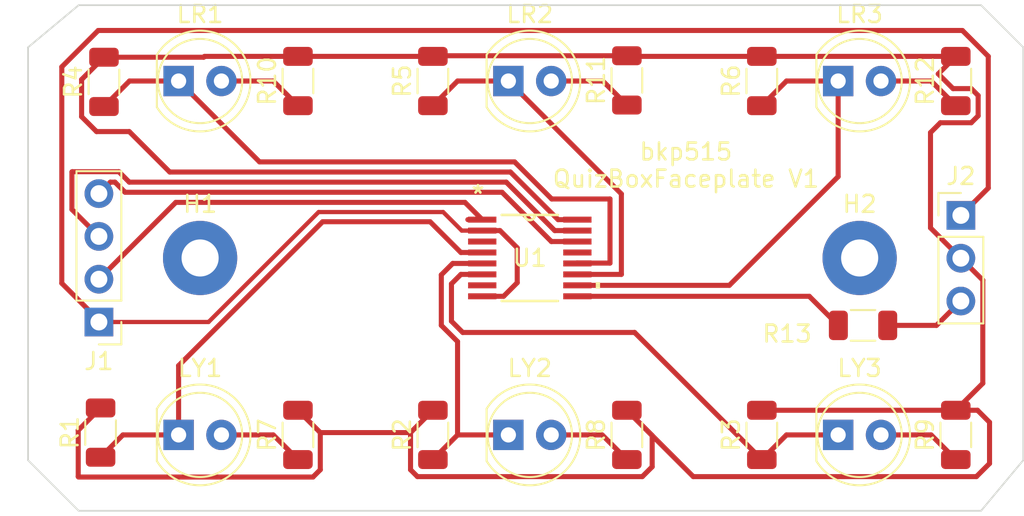
<source format=kicad_pcb>
(kicad_pcb (version 20211014) (generator pcbnew)
  (layers (0 "F.Cu" signal) (31 "B.Cu" signal) (34 "B.Paste" user) (35 "F.Paste" user) (36 "B.SilkS" user "B.Silkscreen") (37 "F.SilkS" user "F.Silkscreen") (38 "B.Mask" user) (39 "F.Mask" user) (44 "Edge.Cuts" user))
  (net 0 "")
  (net 1 "GND")
  (net 2 "Net-(J1-Pad2)")
  (net 3 "Net-(U1-Pad15)")
  (net 4 "Net-(U1-Pad14)")
  (net 5 "Net-(U1-Pad16)")
  (net 6 "Net-(J2-Pad3)")
  (net 7 "Net-(U1-Pad12)")
  (net 8 "Net-(LR1-Pad2)")
  (net 9 "Net-(U1-Pad11)")
  (net 10 "Net-(LR2-Pad2)")
  (net 11 "Net-(U1-Pad10)")
  (net 12 "Net-(LR3-Pad2)")
  (net 13 "Net-(U1-Pad4)")
  (net 14 "Net-(LY1-Pad2)")
  (net 15 "Net-(U1-Pad5)")
  (net 16 "Net-(LY2-Pad2)")
  (net 17 "Net-(U1-Pad6)")
  (net 18 "Net-(LY3-Pad2)")
  (net 19 "Net-(U1-Pad9)")
  (footprint "Resistor_SMD:R_1206_3216Metric" (layer "F.Cu") (at 166 83 90)
    (fp_text reference "R12" (at 0 -1.82 90) (layer "F.SilkS"))
    (fp_text value "220")
    (fp_line (start -0.727064 0.91) (end 0.727064 0.91) (layer "F.SilkS") (width 0.12))
    (fp_line (start -0.727064 -0.91) (end 0.727064 -0.91) (layer "F.SilkS") (width 0.12))
    (pad "1" smd roundrect (at -1.4625 0 90) (size 1.125 1.75) (layers "F.Cu" "F.Paste" "F.Mask") (roundrect_rratio 0.2222222222) (net 12 "Net-(LR3-Pad2)"))
    (pad "2" smd roundrect (at 1.4625 0 90) (size 1.125 1.75) (layers "F.Cu" "F.Paste" "F.Mask") (roundrect_rratio 0.2222222222) (net 5 "Net-(U1-Pad16)"))
  )
  (footprint "LED_THT:LED_D5.0mm" (layer "F.Cu") (at 139.474968 104)
    (fp_text reference "LY2" (at 1.27 -3.96) (layer "F.SilkS"))
    (fp_text value "YEL")
    (fp_line (start -1.29 -1.545) (end -1.29 1.545) (layer "F.SilkS") (width 0.12))
    (fp_arc (start -1.29 -1.54483) (mid 2.072002 -2.880433) (end 4.26 0.000462) (layer "F.SilkS") (width 0.12))
    (fp_arc (start 4.26 -0.000462) (mid 2.072002 2.880433) (end -1.29 1.54483) (layer "F.SilkS") (width 0.12))
    (fp_circle (center 1.27 0) (end 3.77 0) (layer "F.SilkS") (width 0.12) (fill none))
    (pad "1" thru_hole rect locked (at 0 0) (size 1.8 1.8) (drill 0.9) (layers *.Cu *.Mask) (net 15 "Net-(U1-Pad5)"))
    (pad "2" thru_hole circle locked (at 2.54 0) (size 1.8 1.8) (drill 0.9) (layers *.Cu *.Mask) (net 16 "Net-(LY2-Pad2)"))
  )
  (footprint "Resistor_SMD:R_1206_3216Metric" (layer "F.Cu") (at 166 104 90)
    (fp_text reference "R9" (at 0 -1.82 90) (layer "F.SilkS"))
    (fp_text value "100")
    (fp_line (start -0.727064 0.91) (end 0.727064 0.91) (layer "F.SilkS") (width 0.12))
    (fp_line (start -0.727064 -0.91) (end 0.727064 -0.91) (layer "F.SilkS") (width 0.12))
    (pad "1" smd roundrect (at -1.4625 0 90) (size 1.125 1.75) (layers "F.Cu" "F.Paste" "F.Mask") (roundrect_rratio 0.2222222222) (net 18 "Net-(LY3-Pad2)"))
    (pad "2" smd roundrect (at 1.4625 0 90) (size 1.125 1.75) (layers "F.Cu" "F.Paste" "F.Mask") (roundrect_rratio 0.2222222222) (net 5 "Net-(U1-Pad16)"))
  )
  (footprint "Resistor_SMD:R_1206_3216Metric" (layer "F.Cu") (at 115.3 103.8625 90)
    (fp_text reference "R1" (at 0 -1.82 90) (layer "F.SilkS"))
    (fp_text value "100k")
    (fp_line (start -0.727064 -0.91) (end 0.727064 -0.91) (layer "F.SilkS") (width 0.12))
    (fp_line (start -0.727064 0.91) (end 0.727064 0.91) (layer "F.SilkS") (width 0.12))
    (pad "1" smd roundrect (at -1.4625 0 90) (size 1.125 1.75) (layers "F.Cu" "F.Paste" "F.Mask") (roundrect_rratio 0.2222222222) (net 13 "Net-(U1-Pad4)"))
    (pad "2" smd roundrect (at 1.4625 0 90) (size 1.125 1.75) (layers "F.Cu" "F.Paste" "F.Mask") (roundrect_rratio 0.2222222222) (net 5 "Net-(U1-Pad16)"))
  )
  (footprint "LED_THT:LED_D5.0mm" (layer "F.Cu") (at 139.474968 83)
    (fp_text reference "LR2" (at 1.27 -3.96) (layer "F.SilkS"))
    (fp_text value "RED")
    (fp_line (start -1.29 -1.545) (end -1.29 1.545) (layer "F.SilkS") (width 0.12))
    (fp_arc (start -1.29 -1.54483) (mid 2.072002 -2.880433) (end 4.26 0.000462) (layer "F.SilkS") (width 0.12))
    (fp_arc (start 4.26 -0.000462) (mid 2.072002 2.880433) (end -1.29 1.54483) (layer "F.SilkS") (width 0.12))
    (fp_circle (center 1.27 0) (end 3.77 0) (layer "F.SilkS") (width 0.12) (fill none))
    (pad "1" thru_hole rect locked (at 0 0) (size 1.8 1.8) (drill 0.9) (layers *.Cu *.Mask) (net 9 "Net-(U1-Pad11)"))
    (pad "2" thru_hole circle locked (at 2.54 0) (size 1.8 1.8) (drill 0.9) (layers *.Cu *.Mask) (net 10 "Net-(LR2-Pad2)"))
  )
  (footprint "MountingHole:MountingHole_2.2mm_M2_Pad" (layer "F.Cu") (at 121.199968 93.5)
    (fp_text reference "H1" (at 0 -3.2) (layer "F.SilkS"))
    (fp_text value "MountingHole")
    (pad "1" thru_hole circle (at 0 0) (size 4.4 4.4) (drill 2.2) (layers *.Cu *.Mask))
  )
  (footprint "Connector_PinHeader_2.54mm:PinHeader_1x03_P2.54mm_Vertical" (layer "F.Cu") (at 166.299968 90.975)
    (fp_text reference "J2" (at 0 -2.33) (layer "F.SilkS"))
    (fp_text value "Neopixel")
    (fp_line (start -1.33 -1.33) (end 0 -1.33) (layer "F.SilkS") (width 0.12))
    (fp_line (start -1.33 6.41) (end 1.33 6.41) (layer "F.SilkS") (width 0.12))
    (fp_line (start 1.33 1.27) (end 1.33 6.41) (layer "F.SilkS") (width 0.12))
    (fp_line (start -1.33 1.27) (end -1.33 6.41) (layer "F.SilkS") (width 0.12))
    (fp_line (start -1.33 0) (end -1.33 -1.33) (layer "F.SilkS") (width 0.12))
    (fp_line (start -1.33 1.27) (end 1.33 1.27) (layer "F.SilkS") (width 0.12))
    (pad "1" thru_hole rect (at 0 0) (size 1.7 1.7) (drill 1) (layers *.Cu *.Mask) (net 1 "GND"))
    (pad "2" thru_hole oval (at 0 2.54) (size 1.7 1.7) (drill 1) (layers *.Cu *.Mask) (net 5 "Net-(U1-Pad16)"))
    (pad "3" thru_hole oval (at 0 5.08) (size 1.7 1.7) (drill 1) (layers *.Cu *.Mask) (net 6 "Net-(J2-Pad3)"))
  )
  (footprint "Resistor_SMD:R_1206_3216Metric" (layer "F.Cu") (at 146.5 82.9625 90)
    (fp_text reference "R11" (at 0 -1.82 90) (layer "F.SilkS"))
    (fp_text value "220")
    (fp_line (start -0.727064 0.91) (end 0.727064 0.91) (layer "F.SilkS") (width 0.12))
    (fp_line (start -0.727064 -0.91) (end 0.727064 -0.91) (layer "F.SilkS") (width 0.12))
    (pad "1" smd roundrect (at -1.4625 0 90) (size 1.125 1.75) (layers "F.Cu" "F.Paste" "F.Mask") (roundrect_rratio 0.2222222222) (net 10 "Net-(LR2-Pad2)"))
    (pad "2" smd roundrect (at 1.4625 0 90) (size 1.125 1.75) (layers "F.Cu" "F.Paste" "F.Mask") (roundrect_rratio 0.2222222222) (net 5 "Net-(U1-Pad16)"))
  )
  (footprint "Resistor_SMD:R_1206_3216Metric" (layer "F.Cu") (at 127 104 90)
    (fp_text reference "R7" (at 0 -1.82 90) (layer "F.SilkS"))
    (fp_text value "100")
    (fp_line (start -0.727064 0.91) (end 0.727064 0.91) (layer "F.SilkS") (width 0.12))
    (fp_line (start -0.727064 -0.91) (end 0.727064 -0.91) (layer "F.SilkS") (width 0.12))
    (pad "1" smd roundrect (at -1.4625 0 90) (size 1.125 1.75) (layers "F.Cu" "F.Paste" "F.Mask") (roundrect_rratio 0.2222222222) (net 14 "Net-(LY1-Pad2)"))
    (pad "2" smd roundrect (at 1.4625 0 90) (size 1.125 1.75) (layers "F.Cu" "F.Paste" "F.Mask") (roundrect_rratio 0.2222222222) (net 5 "Net-(U1-Pad16)"))
  )
  (footprint "LED_THT:LED_D5.0mm" (layer "F.Cu") (at 159.024968 83)
    (fp_text reference "LR3" (at 1.27 -3.96) (layer "F.SilkS"))
    (fp_text value "RED")
    (fp_line (start -1.29 -1.545) (end -1.29 1.545) (layer "F.SilkS") (width 0.12))
    (fp_arc (start 4.26 -0.000462) (mid 2.072002 2.880433) (end -1.29 1.54483) (layer "F.SilkS") (width 0.12))
    (fp_arc (start -1.29 -1.54483) (mid 2.072002 -2.880433) (end 4.26 0.000462) (layer "F.SilkS") (width 0.12))
    (fp_circle (center 1.27 0) (end 3.77 0) (layer "F.SilkS") (width 0.12) (fill none))
    (pad "1" thru_hole rect locked (at 0 0) (size 1.8 1.8) (drill 0.9) (layers *.Cu *.Mask) (net 11 "Net-(U1-Pad10)"))
    (pad "2" thru_hole circle locked (at 2.54 0) (size 1.8 1.8) (drill 0.9) (layers *.Cu *.Mask) (net 12 "Net-(LR3-Pad2)"))
  )
  (footprint "Resistor_SMD:R_1206_3216Metric" (layer "F.Cu") (at 127 83 90)
    (fp_text reference "R10" (at 0 -1.82 90) (layer "F.SilkS"))
    (fp_text value "220")
    (fp_line (start -0.727064 0.91) (end 0.727064 0.91) (layer "F.SilkS") (width 0.12))
    (fp_line (start -0.727064 -0.91) (end 0.727064 -0.91) (layer "F.SilkS") (width 0.12))
    (pad "1" smd roundrect (at -1.4625 0 90) (size 1.125 1.75) (layers "F.Cu" "F.Paste" "F.Mask") (roundrect_rratio 0.2222222222) (net 8 "Net-(LR1-Pad2)"))
    (pad "2" smd roundrect (at 1.4625 0 90) (size 1.125 1.75) (layers "F.Cu" "F.Paste" "F.Mask") (roundrect_rratio 0.2222222222) (net 5 "Net-(U1-Pad16)"))
  )
  (footprint "Resistor_SMD:R_1206_3216Metric" (layer "F.Cu") (at 115.5 83.05 90)
    (fp_text reference "R4" (at 0 -1.82 90) (layer "F.SilkS"))
    (fp_text value "100k")
    (fp_line (start -0.727064 -0.91) (end 0.727064 -0.91) (layer "F.SilkS") (width 0.12))
    (fp_line (start -0.727064 0.91) (end 0.727064 0.91) (layer "F.SilkS") (width 0.12))
    (pad "1" smd roundrect (at -1.4625 0 90) (size 1.125 1.75) (layers "F.Cu" "F.Paste" "F.Mask") (roundrect_rratio 0.2222222222) (net 7 "Net-(U1-Pad12)"))
    (pad "2" smd roundrect (at 1.4625 0 90) (size 1.125 1.75) (layers "F.Cu" "F.Paste" "F.Mask") (roundrect_rratio 0.2222222222) (net 5 "Net-(U1-Pad16)"))
  )
  (footprint "LED_THT:LED_D5.0mm" (layer "F.Cu") (at 119.924968 83)
    (fp_text reference "LR1" (at 1.27 -3.96) (layer "F.SilkS"))
    (fp_text value "RED")
    (fp_line (start -1.29 -1.545) (end -1.29 1.545) (layer "F.SilkS") (width 0.12))
    (fp_arc (start -1.29 -1.54483) (mid 2.072002 -2.880433) (end 4.26 0.000462) (layer "F.SilkS") (width 0.12))
    (fp_arc (start 4.26 -0.000462) (mid 2.072002 2.880433) (end -1.29 1.54483) (layer "F.SilkS") (width 0.12))
    (fp_circle (center 1.27 0) (end 3.77 0) (layer "F.SilkS") (width 0.12) (fill none))
    (pad "1" thru_hole rect locked (at 0 0) (size 1.8 1.8) (drill 0.9) (layers *.Cu *.Mask) (net 7 "Net-(U1-Pad12)"))
    (pad "2" thru_hole circle locked (at 2.54 0) (size 1.8 1.8) (drill 0.9) (layers *.Cu *.Mask) (net 8 "Net-(LR1-Pad2)"))
  )
  (footprint "Resistor_SMD:R_1206_3216Metric" (layer "F.Cu") (at 135 83 90)
    (fp_text reference "R5" (at 0 -1.82 90) (layer "F.SilkS"))
    (fp_text value "100k")
    (fp_line (start -0.727064 0.91) (end 0.727064 0.91) (layer "F.SilkS") (width 0.12))
    (fp_line (start -0.727064 -0.91) (end 0.727064 -0.91) (layer "F.SilkS") (width 0.12))
    (pad "1" smd roundrect (at -1.4625 0 90) (size 1.125 1.75) (layers "F.Cu" "F.Paste" "F.Mask") (roundrect_rratio 0.2222222222) (net 9 "Net-(U1-Pad11)"))
    (pad "2" smd roundrect (at 1.4625 0 90) (size 1.125 1.75) (layers "F.Cu" "F.Paste" "F.Mask") (roundrect_rratio 0.2222222222) (net 5 "Net-(U1-Pad16)"))
  )
  (footprint "MountingHole:MountingHole_2.2mm_M2_Pad" (layer "F.Cu") (at 160.299968 93.5)
    (fp_text reference "H2" (at 0 -3.2) (layer "F.SilkS"))
    (fp_text value "MountingHole")
    (pad "1" thru_hole circle (at 0 0) (size 4.4 4.4) (drill 2.2) (layers *.Cu *.Mask))
  )
  (footprint "Resistor_SMD:R_1206_3216Metric" (layer "F.Cu") (at 160.5 97.5 180)
    (fp_text reference "R13" (at 4.5 -0.5) (layer "F.SilkS"))
    (fp_text value "300")
    (fp_line (start -0.727064 0.91) (end 0.727064 0.91) (layer "F.SilkS") (width 0.12))
    (fp_line (start -0.727064 -0.91) (end 0.727064 -0.91) (layer "F.SilkS") (width 0.12))
    (pad "1" smd roundrect (at -1.4625 0 180) (size 1.125 1.75) (layers "F.Cu" "F.Paste" "F.Mask") (roundrect_rratio 0.2222222222) (net 6 "Net-(J2-Pad3)"))
    (pad "2" smd roundrect (at 1.4625 0 180) (size 1.125 1.75) (layers "F.Cu" "F.Paste" "F.Mask") (roundrect_rratio 0.2222222222) (net 19 "Net-(U1-Pad9)"))
  )
  (footprint "Resistor_SMD:R_1206_3216Metric" (layer "F.Cu") (at 154.5 104 90)
    (fp_text reference "R3" (at 0 -1.82 90) (layer "F.SilkS"))
    (fp_text value "100k")
    (fp_line (start -0.727064 0.91) (end 0.727064 0.91) (layer "F.SilkS") (width 0.12))
    (fp_line (start -0.727064 -0.91) (end 0.727064 -0.91) (layer "F.SilkS") (width 0.12))
    (pad "1" smd roundrect (at -1.4625 0 90) (size 1.125 1.75) (layers "F.Cu" "F.Paste" "F.Mask") (roundrect_rratio 0.2222222222) (net 17 "Net-(U1-Pad6)"))
    (pad "2" smd roundrect (at 1.4625 0 90) (size 1.125 1.75) (layers "F.Cu" "F.Paste" "F.Mask") (roundrect_rratio 0.2222222222) (net 5 "Net-(U1-Pad16)"))
  )
  (footprint "Connector_PinHeader_2.54mm:PinHeader_1x04_P2.54mm_Vertical" (layer "F.Cu") (at 115.199968 97.3 180)
    (fp_text reference "J1" (at 0 -2.33) (layer "F.SilkS"))
    (fp_text value "I2C Connection")
    (fp_line (start 1.33 1.27) (end 1.33 8.95) (layer "F.SilkS") (width 0.12))
    (fp_line (start -1.33 1.27) (end -1.33 8.95) (layer "F.SilkS") (width 0.12))
    (fp_line (start -1.33 -1.33) (end 0 -1.33) (layer "F.SilkS") (width 0.12))
    (fp_line (start -1.33 0) (end -1.33 -1.33) (layer "F.SilkS") (width 0.12))
    (fp_line (start -1.33 8.95) (end 1.33 8.95) (layer "F.SilkS") (width 0.12))
    (fp_line (start -1.33 1.27) (end 1.33 1.27) (layer "F.SilkS") (width 0.12))
    (pad "1" thru_hole rect (at 0 0 180) (size 1.7 1.7) (drill 1) (layers *.Cu *.Mask) (net 1 "GND"))
    (pad "2" thru_hole oval (at 0 2.54 180) (size 1.7 1.7) (drill 1) (layers *.Cu *.Mask) (net 2 "Net-(J1-Pad2)"))
    (pad "3" thru_hole oval (at 0 5.08 180) (size 1.7 1.7) (drill 1) (layers *.Cu *.Mask) (net 3 "Net-(U1-Pad15)"))
    (pad "4" thru_hole oval (at 0 7.62 180) (size 1.7 1.7) (drill 1) (layers *.Cu *.Mask) (net 4 "Net-(U1-Pad14)"))
  )
  (footprint "Resistor_SMD:R_1206_3216Metric" (layer "F.Cu") (at 135 104 90)
    (fp_text reference "R2" (at 0 -1.82 90) (layer "F.SilkS"))
    (fp_text value "100k")
    (fp_line (start -0.727064 -0.91) (end 0.727064 -0.91) (layer "F.SilkS") (width 0.12))
    (fp_line (start -0.727064 0.91) (end 0.727064 0.91) (layer "F.SilkS") (width 0.12))
    (pad "1" smd roundrect (at -1.4625 0 90) (size 1.125 1.75) (layers "F.Cu" "F.Paste" "F.Mask") (roundrect_rratio 0.2222222222) (net 15 "Net-(U1-Pad5)"))
    (pad "2" smd roundrect (at 1.4625 0 90) (size 1.125 1.75) (layers "F.Cu" "F.Paste" "F.Mask") (roundrect_rratio 0.2222222222) (net 5 "Net-(U1-Pad16)"))
  )
  (footprint "GPIOExpander:PW16" (layer "F.Cu") (at 140.744968 93.5)
    (fp_text reference "U1" (at 0 0 unlocked) (layer "F.SilkS"))
    (fp_text value "TCA6408APWR")
    (fp_text user "*" (at -3.0734 -3.773601 unlocked) (layer "F.SilkS"))
    (fp_text user "*" (at -3.0734 -3.773601) (layer "F.SilkS"))
    (fp_line (start -1.663811 2.5527) (end 1.663811 2.5527) (layer "F.SilkS") (width 0.1524))
    (fp_line (start 1.663811 -2.5527) (end -1.663811 -2.5527) (layer "F.SilkS") (width 0.1524))
    (fp_arc (start 0.3048 -2.5527) (mid 0 -2.2479) (end -0.3048 -2.5527) (layer "F.SilkS") (width 0.1524))
    (fp_poly (pts (xy 4.1656 1.434501) (xy 4.1656 1.815501) (xy 3.9116 1.815501) (xy 3.9116 1.434501)) (layer "F.SilkS") (width 0) (fill solid))
    (pad "1" smd rect (at -2.8194 -2.274999) (size 1.6764 0.3556) (layers "F.Cu" "F.Paste" "F.Mask") (net 2 "Net-(J1-Pad2)"))
    (pad "2" smd rect (at -2.8194 -1.625001) (size 1.6764 0.3556) (layers "F.Cu" "F.Paste" "F.Mask") (net 1 "GND"))
    (pad "3" smd rect (at -2.8194 -0.974999) (size 1.6764 0.3556) (layers "F.Cu" "F.Paste" "F.Mask"))
    (pad "4" smd rect (at -2.8194 -0.325001) (size 1.6764 0.3556) (layers "F.Cu" "F.Paste" "F.Mask") (net 13 "Net-(U1-Pad4)"))
    (pad "5" smd rect (at -2.8194 0.324998) (size 1.6764 0.3556) (layers "F.Cu" "F.Paste" "F.Mask") (net 15 "Net-(U1-Pad5)"))
    (pad "6" smd rect (at -2.8194 0.974999) (size 1.6764 0.3556) (layers "F.Cu" "F.Paste" "F.Mask") (net 17 "Net-(U1-Pad6)"))
    (pad "7" smd rect (at -2.8194 1.624998) (size 1.6764 0.3556) (layers "F.Cu" "F.Paste" "F.Mask"))
    (pad "8" smd rect (at -2.8194 2.274999) (size 1.6764 0.3556) (layers "F.Cu" "F.Paste" "F.Mask") (net 1 "GND"))
    (pad "9" smd rect (at 2.8194 2.274999) (size 1.6764 0.3556) (layers "F.Cu" "F.Paste" "F.Mask") (net 19 "Net-(U1-Pad9)"))
    (pad "10" smd rect (at 2.8194 1.625001) (size 1.6764 0.3556) (layers "F.Cu" "F.Paste" "F.Mask") (net 11 "Net-(U1-Pad10)"))
    (pad "11" smd rect (at 2.8194 0.974999) (size 1.6764 0.3556) (layers "F.Cu" "F.Paste" "F.Mask") (net 9 "Net-(U1-Pad11)"))
    (pad "12" smd rect (at 2.8194 0.325001) (size 1.6764 0.3556) (layers "F.Cu" "F.Paste" "F.Mask") (net 7 "Net-(U1-Pad12)"))
    (pad "13" smd rect (at 2.8194 -0.324998) (size 1.6764 0.3556) (layers "F.Cu" "F.Paste" "F.Mask"))
    (pad "14" smd rect (at 2.8194 -0.974999) (size 1.6764 0.3556) (layers "F.Cu" "F.Paste" "F.Mask") (net 4 "Net-(U1-Pad14)"))
    (pad "15" smd rect (at 2.8194 -1.624998) (size 1.6764 0.3556) (layers "F.Cu" "F.Paste" "F.Mask") (net 3 "Net-(U1-Pad15)"))
    (pad "16" smd rect (at 2.8194 -2.274999) (size 1.6764 0.3556) (layers "F.Cu" "F.Paste" "F.Mask") (net 5 "Net-(U1-Pad16)"))
  )
  (footprint "Resistor_SMD:R_1206_3216Metric" (layer "F.Cu") (at 154.5 83 90)
    (fp_text reference "R6" (at 0 -1.82 90) (layer "F.SilkS"))
    (fp_text value "100k")
    (fp_line (start -0.727064 -0.91) (end 0.727064 -0.91) (layer "F.SilkS") (width 0.12))
    (fp_line (start -0.727064 0.91) (end 0.727064 0.91) (layer "F.SilkS") (width 0.12))
    (pad "1" smd roundrect (at -1.4625 0 90) (size 1.125 1.75) (layers "F.Cu" "F.Paste" "F.Mask") (roundrect_rratio 0.2222222222) (net 11 "Net-(U1-Pad10)"))
    (pad "2" smd roundrect (at 1.4625 0 90) (size 1.125 1.75) (layers "F.Cu" "F.Paste" "F.Mask") (roundrect_rratio 0.2222222222) (net 5 "Net-(U1-Pad16)"))
  )
  (footprint "LED_THT:LED_D5.0mm" (layer "F.Cu") (at 159.024968 104)
    (fp_text reference "LY3" (at 1.27 -3.96) (layer "F.SilkS"))
    (fp_text value "YEL")
    (fp_line (start -1.29 -1.545) (end -1.29 1.545) (layer "F.SilkS") (width 0.12))
    (fp_arc (start -1.29 -1.54483) (mid 2.072002 -2.880433) (end 4.26 0.000462) (layer "F.SilkS") (width 0.12))
    (fp_arc (start 4.26 -0.000462) (mid 2.072002 2.880433) (end -1.29 1.54483) (layer "F.SilkS") (width 0.12))
    (fp_circle (center 1.27 0) (end 3.77 0) (layer "F.SilkS") (width 0.12) (fill none))
    (pad "1" thru_hole rect locked (at 0 0) (size 1.8 1.8) (drill 0.9) (layers *.Cu *.Mask) (net 17 "Net-(U1-Pad6)"))
    (pad "2" thru_hole circle locked (at 2.54 0) (size 1.8 1.8) (drill 0.9) (layers *.Cu *.Mask) (net 18 "Net-(LY3-Pad2)"))
  )
  (footprint "Resistor_SMD:R_1206_3216Metric" (layer "F.Cu") (at 146.5 104 90)
    (fp_text reference "R8" (at 0 -1.82 90) (layer "F.SilkS"))
    (fp_text value "100")
    (fp_line (start -0.727064 0.91) (end 0.727064 0.91) (layer "F.SilkS") (width 0.12))
    (fp_line (start -0.727064 -0.91) (end 0.727064 -0.91) (layer "F.SilkS") (width 0.12))
    (pad "1" smd roundrect (at -1.4625 0 90) (size 1.125 1.75) (layers "F.Cu" "F.Paste" "F.Mask") (roundrect_rratio 0.2222222222) (net 16 "Net-(LY2-Pad2)"))
    (pad "2" smd roundrect (at 1.4625 0 90) (size 1.125 1.75) (layers "F.Cu" "F.Paste" "F.Mask") (roundrect_rratio 0.2222222222) (net 5 "Net-(U1-Pad16)"))
  )
  (footprint "LED_THT:LED_D5.0mm" (layer "F.Cu") (at 119.924968 104)
    (fp_text reference "LY1" (at 1.27 -3.96) (layer "F.SilkS"))
    (fp_text value "YEL")
    (fp_line (start -1.29 -1.545) (end -1.29 1.545) (layer "F.SilkS") (width 0.12))
    (fp_arc (start 4.26 -0.000462) (mid 2.072002 2.880433) (end -1.29 1.54483) (layer "F.SilkS") (width 0.12))
    (fp_arc (start -1.29 -1.54483) (mid 2.072002 -2.880433) (end 4.26 0.000462) (layer "F.SilkS") (width 0.12))
    (fp_circle (center 1.27 0) (end 3.77 0) (layer "F.SilkS") (width 0.12) (fill none))
    (pad "1" thru_hole rect locked (at 0 0) (size 1.8 1.8) (drill 0.9) (layers *.Cu *.Mask) (net 13 "Net-(U1-Pad4)"))
    (pad "2" thru_hole circle locked (at 2.54 0) (size 1.8 1.8) (drill 0.9) (layers *.Cu *.Mask) (net 14 "Net-(LY1-Pad2)"))
  )
  (gr_line (start 114 108.5) (end 111 105.5) (layer "Edge.Cuts") (width 0.1))
  (gr_line (start 170 81) (end 170 105.5) (layer "Edge.Cuts") (width 0.1))
  (gr_line (start 111 105.5) (end 111 81) (layer "Edge.Cuts") (width 0.1))
  (gr_line (start 167.5 78.5) (end 170 81) (layer "Edge.Cuts") (width 0.1))
  (gr_line (start 111 81) (end 114 78.5) (layer "Edge.Cuts") (width 0.1))
  (gr_line (start 167.5 108.5) (end 114 108.5) (layer "Edge.Cuts") (width 0.1))
  (gr_line (start 170 105.5) (end 167.5 108.5) (layer "Edge.Cuts") (width 0.1))
  (gr_line (start 114 78.5) (end 167.5 78.5) (layer "Edge.Cuts") (width 0.1))
  (gr_text "bkp515\nQuizBoxFaceplate V1" (at 150 88) (layer "F.SilkS") (effects (font (size 1 1))))
  (segment (start 113 95) (end 115.199968 97.199968) (width 0.3) (layer "F.Cu") (net 1))
  (segment (start 135.609567 90.775) (end 128.225 90.775) (width 0.25) (layer "F.Cu") (net 1))
  (segment (start 113 82.160051) (end 113 95) (width 0.3) (layer "F.Cu") (net 1))
  (segment (start 140 92.897201) (end 138.977798 91.874999) (width 0.3) (layer "F.Cu") (net 1))
  (segment (start 137.925568 91.874999) (end 136.709566 91.874999) (width 0.25) (layer "F.Cu") (net 1))
  (segment (start 140 94.966566) (end 140 92.897201) (width 0.3) (layer "F.Cu") (net 1))
  (segment (start 166.299968 90.975) (end 167.925 89.349968) (width 0.3) (layer "F.Cu") (net 1))
  (segment (start 121.7 97.3) (end 115.199968 97.3) (width 0.25) (layer "F.Cu") (net 1))
  (segment (start 137.925568 95.774999) (end 139.191567 95.774999) (width 0.3) (layer "F.Cu") (net 1))
  (segment (start 138.977798 91.874999) (end 137.925568 91.874999) (width 0.3) (layer "F.Cu") (net 1))
  (segment (start 115.160051 80) (end 113 82.160051) (width 0.3) (layer "F.Cu") (net 1))
  (segment (start 167.925 81.535051) (end 166.389949 80) (width 0.3) (layer "F.Cu") (net 1))
  (segment (start 136.709566 91.874999) (end 135.609567 90.775) (width 0.25) (layer "F.Cu") (net 1))
  (segment (start 128.225 90.775) (end 121.7 97.3) (width 0.25) (layer "F.Cu") (net 1))
  (segment (start 167.925 89.349968) (end 167.925 81.535051) (width 0.3) (layer "F.Cu") (net 1))
  (segment (start 115.199968 97.199968) (end 115.199968 97.3) (width 0.3) (layer "F.Cu") (net 1))
  (segment (start 139.191567 95.774999) (end 140 94.966566) (width 0.3) (layer "F.Cu") (net 1))
  (segment (start 166.389949 80) (end 115.160051 80) (width 0.3) (layer "F.Cu") (net 1))
  (segment (start 137.07274 91.225001) (end 137.925568 91.225001) (width 0.3) (layer "F.Cu") (net 2))
  (segment (start 119.759968 90.2) (end 115.199968 94.76) (width 0.3) (layer "F.Cu") (net 2))
  (segment (start 137.925568 91.225001) (end 136.900567 90.2) (width 0.3) (layer "F.Cu") (net 2))
  (segment (start 136.900567 90.2) (end 119.759968 90.2) (width 0.3) (layer "F.Cu") (net 2))
  (segment (start 143.564368 91.875002) (end 142.22353 91.875002) (width 0.3) (layer "F.Cu") (net 3))
  (segment (start 142.22353 91.875002) (end 139.348528 89) (width 0.3) (layer "F.Cu") (net 3))
  (segment (start 113.6 90.620032) (end 115.199968 92.22) (width 0.3) (layer "F.Cu") (net 3))
  (segment (start 116.38 88.38) (end 113.62 88.38) (width 0.3) (layer "F.Cu") (net 3))
  (segment (start 117 89) (end 116.38 88.38) (width 0.3) (layer "F.Cu") (net 3))
  (segment (start 113.62 88.38) (end 113.6 88.4) (width 0.3) (layer "F.Cu") (net 3))
  (segment (start 113.6 88.4) (end 113.6 90.620032) (width 0.3) (layer "F.Cu") (net 3))
  (segment (start 139.348528 89) (end 117 89) (width 0.3) (layer "F.Cu") (net 3))
  (segment (start 116.751472 89.6) (end 116.151472 89) (width 0.3) (layer "F.Cu") (net 4))
  (segment (start 115.879968 89) (end 115.199968 89.68) (width 0.3) (layer "F.Cu") (net 4))
  (segment (start 142.025001 92.525001) (end 139.1 89.6) (width 0.3) (layer "F.Cu") (net 4))
  (segment (start 143.564368 92.525001) (end 142.025001 92.525001) (width 0.3) (layer "F.Cu") (net 4))
  (segment (start 116.151472 89) (end 115.879968 89) (width 0.3) (layer "F.Cu") (net 4))
  (segment (start 139.1 89.6) (end 116.751472 89.6) (width 0.3) (layer "F.Cu") (net 4))
  (segment (start 166.914949 83.45) (end 167.325 83.860051) (width 0.3) (layer "F.Cu") (net 5))
  (segment (start 135.0375 81.5) (end 135 81.5375) (width 0.3) (layer "F.Cu") (net 5))
  (segment (start 142.422057 91.225001) (end 139.597056 88.4) (width 0.3) (layer "F.Cu") (net 5))
  (segment (start 117 86) (end 115.060051 86) (width 0.3) (layer "F.Cu") (net 5))
  (segment (start 133.675 103.8625) (end 135 102.5375) (width 0.3) (layer "F.Cu") (net 5))
  (segment (start 128.325 103.8625) (end 127 102.5375) (width 0.3) (layer "F.Cu") (net 5))
  (segment (start 115.3 102.4) (end 113.975 103.725) (width 0.3) (layer "F.Cu") (net 5))
  (segment (start 115.060051 86) (end 114.175 85.114949) (width 0.3) (layer "F.Cu") (net 5))
  (segment (start 166 81.5375) (end 164.961764 82.575736) (width 0.3) (layer "F.Cu") (net 5))
  (segment (start 167.599968 94.815) (end 166.299968 93.515) (width 0.3) (layer "F.Cu") (net 5))
  (segment (start 113.975 106.475) (end 114 106.5) (width 0.3) (layer "F.Cu") (net 5))
  (segment (start 134.085051 106.475) (end 147.414949 106.475) (width 0.3) (layer "F.Cu") (net 5))
  (segment (start 113.975 103.725) (end 113.975 106.475) (width 0.3) (layer "F.Cu") (net 5))
  (segment (start 154.5 81.5375) (end 146.5375 81.5375) (width 0.3) (layer "F.Cu") (net 5))
  (segment (start 165.836028 83.45) (end 166.914949 83.45) (width 0.3) (layer "F.Cu") (net 5))
  (segment (start 166 102.5375) (end 154.5 102.5375) (width 0.3) (layer "F.Cu") (net 5))
  (segment (start 167.325 83.860051) (end 167.325 85.064949) (width 0.3) (layer "F.Cu") (net 5))
  (segment (start 121.4125 81.5875) (end 115.5 81.5875) (width 0.3) (layer "F.Cu") (net 5))
  (segment (start 128.325 106.064949) (end 128.325 103.8625) (width 0.3) (layer "F.Cu") (net 5))
  (segment (start 164.961764 82.575736) (end 165.836028 83.45) (width 0.3) (layer "F.Cu") (net 5))
  (segment (start 133.675 106.064949) (end 134.085051 106.475) (width 0.3) (layer "F.Cu") (net 5))
  (segment (start 133.675 103.8625) (end 133.675 106.064949) (width 0.3) (layer "F.Cu") (net 5))
  (segment (start 127.889949 106.5) (end 128.325 106.064949) (width 0.3) (layer "F.Cu") (net 5))
  (segment (start 146.5375 81.5375) (end 146.5 81.5) (width 0.3) (layer "F.Cu") (net 5))
  (segment (start 121.4625 81.5375) (end 121.4125 81.5875) (width 0.3) (layer "F.Cu") (net 5))
  (segment (start 114 106.5) (end 127.889949 106.5) (width 0.3) (layer "F.Cu") (net 5))
  (segment (start 167.2875 102.5375) (end 166 102.5375) (width 0.3) (layer "F.Cu") (net 5))
  (segment (start 166.914949 85.475) (end 165.085051 85.475) (width 0.3) (layer "F.Cu") (net 5))
  (segment (start 150.4375 106.475) (end 167.219974 106.475) (width 0.3) (layer "F.Cu") (net 5))
  (segment (start 167.325 85.064949) (end 166.914949 85.475) (width 0.3) (layer "F.Cu") (net 5))
  (segment (start 143.564368 91.225001) (end 142.422057 91.225001) (width 0.3) (layer "F.Cu") (net 5))
  (segment (start 167.599968 100.937532) (end 167.599968 94.815) (width 0.3) (layer "F.Cu") (net 5))
  (segment (start 127 81.5375) (end 121.4625 81.5375) (width 0.3) (layer "F.Cu") (net 5))
  (segment (start 128.325 103.8625) (end 133.675 103.8625) (width 0.3) (layer "F.Cu") (net 5))
  (segment (start 166 102.5375) (end 167.599968 100.937532) (width 0.3) (layer "F.Cu") (net 5))
  (segment (start 148 104.0375) (end 146.5 102.5375) (width 0.3) (layer "F.Cu") (net 5))
  (segment (start 164.5 86.060051) (end 164.5 91.715032) (width 0.3) (layer "F.Cu") (net 5))
  (segment (start 135 81.5375) (end 127 81.5375) (width 0.3) (layer "F.Cu") (net 5))
  (segment (start 147.414949 106.475) (end 148 105.889949) (width 0.3) (layer "F.Cu") (net 5))
  (segment (start 164.5 91.715032) (end 166.299968 93.515) (width 0.3) (layer "F.Cu") (net 5))
  (segment (start 119.4 88.4) (end 117 86) (width 0.3) (layer "F.Cu") (net 5))
  (segment (start 168 105.694974) (end 168 103.25) (width 0.3) (layer "F.Cu") (net 5))
  (segment (start 115.4375 102.5375) (end 115.3 102.4) (width 0.3) (layer "F.Cu") (net 5))
  (segment (start 154.5 81.5375) (end 166 81.5375) (width 0.3) (layer "F.Cu") (net 5))
  (segment (start 168 103.25) (end 167.2875 102.5375) (width 0.3) (layer "F.Cu") (net 5))
  (segment (start 165.085051 85.475) (end 164.5 86.060051) (width 0.3) (layer "F.Cu") (net 5))
  (segment (start 114.175 85.114949) (end 114.175 82.9125) (width 0.3) (layer "F.Cu") (net 5))
  (segment (start 146.5 81.5) (end 135.0375 81.5) (width 0.3) (layer "F.Cu") (net 5))
  (segment (start 148 105.889949) (end 148 104.0375) (width 0.3) (layer "F.Cu") (net 5))
  (segment (start 146.5 102.5375) (end 150.4375 106.475) (width 0.3) (layer "F.Cu") (net 5))
  (segment (start 167.219974 106.475) (end 168 105.694974) (width 0.3) (layer "F.Cu") (net 5))
  (segment (start 139.597056 88.4) (end 119.4 88.4) (width 0.3) (layer "F.Cu") (net 5))
  (segment (start 114.175 82.9125) (end 115.5 81.5875) (width 0.3) (layer "F.Cu") (net 5))
  (segment (start 161.9625 97.5) (end 164.854968 97.5) (width 0.3) (layer "F.Cu") (net 6))
  (segment (start 164.854968 97.5) (end 166.299968 96.055) (width 0.3) (layer "F.Cu") (net 6))
  (segment (start 143.542169 93.802802) (end 143.564368 93.825001) (width 0.3) (layer "F.Cu") (net 7))
  (segment (start 145.5 90) (end 145.5 93.802802) (width 0.3) (layer "F.Cu") (net 7))
  (segment (start 139.845584 87.8) (end 142.045584 90) (width 0.3) (layer "F.Cu") (net 7))
  (segment (start 142.045584 90) (end 145.5 90) (width 0.3) (layer "F.Cu") (net 7))
  (segment (start 119.924968 83) (end 124.724968 87.8) (width 0.3) (layer "F.Cu") (net 7))
  (segment (start 145.5 93.802802) (end 143.542169 93.802802) (width 0.3) (layer "F.Cu") (net 7))
  (segment (start 124.724968 87.8) (end 139.845584 87.8) (width 0.3) (layer "F.Cu") (net 7))
  (segment (start 117.0125 83) (end 119.924968 83) (width 0.3) (layer "F.Cu") (net 7))
  (segment (start 115.5 84.5125) (end 117.0125 83) (width 0.3) (layer "F.Cu") (net 7))
  (segment (start 127 84.4625) (end 125.5375 83) (width 0.3) (layer "F.Cu") (net 8))
  (segment (start 125.5375 83) (end 122.464968 83) (width 0.3) (layer "F.Cu") (net 8))
  (segment (start 136.4625 83) (end 139.474968 83) (width 0.3) (layer "F.Cu") (net 9))
  (segment (start 135 84.4625) (end 136.4625 83) (width 0.3) (layer "F.Cu") (net 9))
  (segment (start 139.474968 83) (end 146.173529 89.698561) (width 0.3) (layer "F.Cu") (net 9))
  (segment (start 146.173529 94.474999) (end 143.564368 94.474999) (width 0.3) (layer "F.Cu") (net 9))
  (segment (start 146.173529 89.698561) (end 146.173529 94.474999) (width 0.3) (layer "F.Cu") (net 9))
  (segment (start 146.5 84.425) (end 145.075 83) (width 0.3) (layer "F.Cu") (net 10))
  (segment (start 145.075 83) (end 142.014968 83) (width 0.3) (layer "F.Cu") (net 10))
  (segment (start 159.024968 83) (end 159.024968 88.672088) (width 0.3) (layer "F.Cu") (net 11))
  (segment (start 152.572055 95.125001) (end 143.564368 95.125001) (width 0.3) (layer "F.Cu") (net 11))
  (segment (start 159.024968 88.672088) (end 152.572055 95.125001) (width 0.3) (layer "F.Cu") (net 11))
  (segment (start 154.5 84.4625) (end 155.9625 83) (width 0.3) (layer "F.Cu") (net 11))
  (segment (start 155.9625 83) (end 159.024968 83) (width 0.3) (layer "F.Cu") (net 11))
  (segment (start 164.5375 83) (end 161.564968 83) (width 0.3) (layer "F.Cu") (net 12))
  (segment (start 166 84.4625) (end 164.5375 83) (width 0.3) (layer "F.Cu") (net 12))
  (segment (start 119.924968 104) (end 119.924968 99.888204) (width 0.3) (layer "F.Cu") (net 13))
  (segment (start 115.3 105.325) (end 116.625 104) (width 0.3) (layer "F.Cu") (net 13))
  (segment (start 136.659566 93.174999) (end 137.925568 93.174999) (width 0.3) (layer "F.Cu") (net 13))
  (segment (start 119.924968 99.888204) (end 128.463172 91.35) (width 0.3) (layer "F.Cu") (net 13))
  (segment (start 116.625 104) (end 119.924968 104) (width 0.3) (layer "F.Cu") (net 13))
  (segment (start 128.463172 91.35) (end 134.834567 91.35) (width 0.3) (layer "F.Cu") (net 13))
  (segment (start 134.834567 91.35) (end 136.659566 93.174999) (width 0.3) (layer "F.Cu") (net 13))
  (segment (start 125.5375 104) (end 122.464968 104) (width 0.3) (layer "F.Cu") (net 14))
  (segment (start 127 105.4625) (end 125.5375 104) (width 0.3) (layer "F.Cu") (net 14))
  (segment (start 136.175002 93.824998) (end 137.925568 93.824998) (width 0.3) (layer "F.Cu") (net 15))
  (segment (start 136.4625 104) (end 139.474968 104) (width 0.3) (layer "F.Cu") (net 15))
  (segment (start 135 105.4625) (end 136.4625 104) (width 0.3) (layer "F.Cu") (net 15))
  (segment (start 136.4625 98.4625) (end 135.5 97.5) (width 0.3) (layer "F.Cu") (net 15))
  (segment (start 136.4625 104) (end 136.4625 98.4625) (width 0.3) (layer "F.Cu") (net 15))
  (segment (start 135.5 97.5) (end 135.5 94.5) (width 0.3) (layer "F.Cu") (net 15))
  (segment (start 135.5 94.5) (end 136.175002 93.824998) (width 0.3) (layer "F.Cu") (net 15))
  (segment (start 146.5 105.4625) (end 145.0375 104) (width 0.3) (layer "F.Cu") (net 16))
  (segment (start 145.0375 104) (end 142.014968 104) (width 0.3) (layer "F.Cu") (net 16))
  (segment (start 155.9625 104) (end 159.024968 104) (width 0.3) (layer "F.Cu") (net 17))
  (segment (start 146.9575 97.92) (end 136.768528 97.92) (width 0.3) (layer "F.Cu") (net 17))
  (segment (start 136.659567 94.474999) (end 137.925568 94.474999) (width 0.3) (layer "F.Cu") (net 17))
  (segment (start 136.1 95.034566) (end 136.659567 94.474999) (width 0.3) (layer "F.Cu") (net 17))
  (segment (start 154.5 105.4625) (end 146.9575 97.92) (width 0.3) (layer "F.Cu") (net 17))
  (segment (start 136.768528 97.92) (end 136.1 97.251472) (width 0.3) (layer "F.Cu") (net 17))
  (segment (start 136.1 97.251472) (end 136.1 95.034566) (width 0.3) (layer "F.Cu") (net 17))
  (segment (start 154.5 105.4625) (end 155.9625 104) (width 0.3) (layer "F.Cu") (net 17))
  (segment (start 164.5375 104) (end 161.564968 104) (width 0.3) (layer "F.Cu") (net 18))
  (segment (start 166 105.4625) (end 164.5375 104) (width 0.3) (layer "F.Cu") (net 18))
  (segment (start 143.564368 95.774999) (end 157.312499 95.774999) (width 0.3) (layer "F.Cu") (net 19))
  (segment (start 157.312499 95.774999) (end 159.0375 97.5) (width 0.3) (layer "F.Cu") (net 19))
)
</source>
